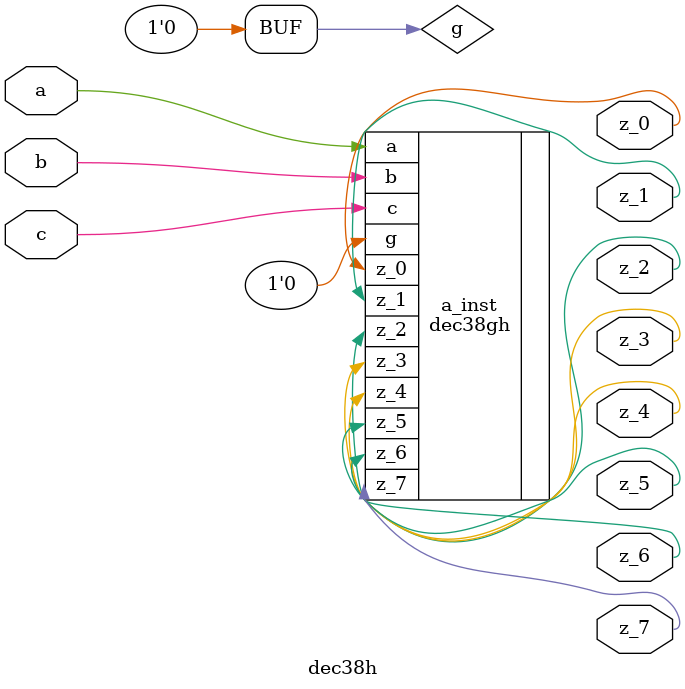
<source format=v>
/* verilator lint_off LITENDIAN */
`include "defs.v"

module dec38h
(
	output z_0,
	output z_1,
	output z_2,
	output z_3,
	output z_4,
	output z_5,
	output z_6,
	output z_7,
	input a,
	input b,
	input c
);
wire g;

// LEGO.NET (265) - g : tie0
assign g = 1'b0;

// LEGO.NET (266) - a : dec38gh
dec38gh a_inst
(
	.z_0 /* OUT */ (z_0),
	.z_1 /* OUT */ (z_1),
	.z_2 /* OUT */ (z_2),
	.z_3 /* OUT */ (z_3),
	.z_4 /* OUT */ (z_4),
	.z_5 /* OUT */ (z_5),
	.z_6 /* OUT */ (z_6),
	.z_7 /* OUT */ (z_7),
	.a /* IN */ (a),
	.b /* IN */ (b),
	.c /* IN */ (c),
	.g /* IN */ (g)
);
endmodule
/* verilator lint_on LITENDIAN */

</source>
